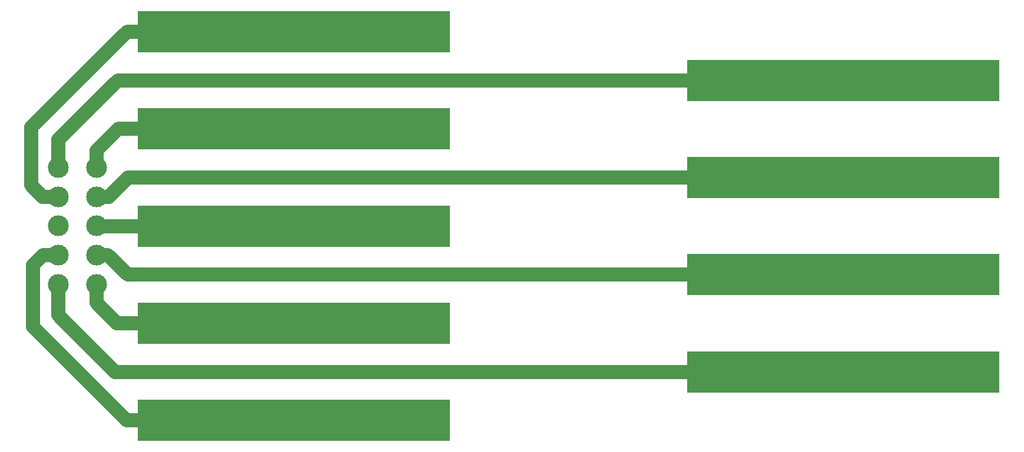
<source format=gbr>
G04 #@! TF.FileFunction,Copper,L1,Top,Signal*
%FSLAX46Y46*%
G04 Gerber Fmt 4.6, Leading zero omitted, Abs format (unit mm)*
G04 Created by KiCad (PCBNEW 4.0.0-rc1-stable) date 2015-12-11 6:43:17 PM*
%MOMM*%
G01*
G04 APERTURE LIST*
%ADD10C,0.100000*%
%ADD11C,3.000000*%
%ADD12R,45.000000X6.000000*%
%ADD13C,2.000000*%
G04 APERTURE END LIST*
D10*
D11*
X68477500Y-95077500D03*
X73977500Y-95077500D03*
X73977500Y-90877500D03*
X68477500Y-90877500D03*
X73977500Y-86677500D03*
X68477500Y-86677500D03*
X73977500Y-82477500D03*
X68477500Y-82477500D03*
X73977500Y-78277500D03*
X68477500Y-78277500D03*
D12*
X102382000Y-100696000D03*
X102382000Y-114696000D03*
X102382000Y-86696000D03*
X102382000Y-72696000D03*
X102382000Y-58696000D03*
X181382000Y-93696000D03*
X181382000Y-107696000D03*
X181382000Y-79696000D03*
X181382000Y-65696000D03*
D13*
X73977500Y-82477500D02*
X75750545Y-82477500D01*
X75750545Y-82477500D02*
X78532045Y-79696000D01*
X78532045Y-79696000D02*
X163882000Y-79696000D01*
X73977500Y-90877500D02*
X75648569Y-90877500D01*
X75648569Y-90877500D02*
X78467069Y-93696000D01*
X78467069Y-93696000D02*
X163882000Y-93696000D01*
X84882000Y-100696000D02*
X76918637Y-100696000D01*
X76918637Y-100696000D02*
X73977500Y-97754863D01*
X73977500Y-97754863D02*
X73977500Y-95077500D01*
X73977500Y-78277500D02*
X73977500Y-75825269D01*
X73977500Y-75825269D02*
X77106769Y-72696000D01*
X77106769Y-72696000D02*
X84882000Y-72696000D01*
X68477500Y-95077500D02*
X68477500Y-99504501D01*
X68477500Y-99504501D02*
X76668999Y-107696000D01*
X76668999Y-107696000D02*
X107345339Y-107696000D01*
X84882000Y-114696000D02*
X78341085Y-114696000D01*
X78341085Y-114696000D02*
X64823323Y-101178238D01*
X64823323Y-101178238D02*
X64823323Y-92341970D01*
X64823323Y-92341970D02*
X66287793Y-90877500D01*
X66287793Y-90877500D02*
X68477500Y-90877500D01*
X68477500Y-82477500D02*
X66252087Y-82477500D01*
X66252087Y-82477500D02*
X64624782Y-80850195D01*
X64624782Y-80850195D02*
X64624782Y-72464347D01*
X64624782Y-72464347D02*
X78393129Y-58696000D01*
X78393129Y-58696000D02*
X84882000Y-58696000D01*
X163882000Y-65696000D02*
X77023729Y-65696000D01*
X68477500Y-74242229D02*
X68477500Y-78277500D01*
X77023729Y-65696000D02*
X68477500Y-74242229D01*
X163882000Y-107696000D02*
X107345339Y-107696000D01*
X107345339Y-107696000D02*
X107188000Y-107696000D01*
X84882000Y-86696000D02*
X73996000Y-86696000D01*
X73996000Y-86696000D02*
X73977500Y-86677500D01*
M02*

</source>
